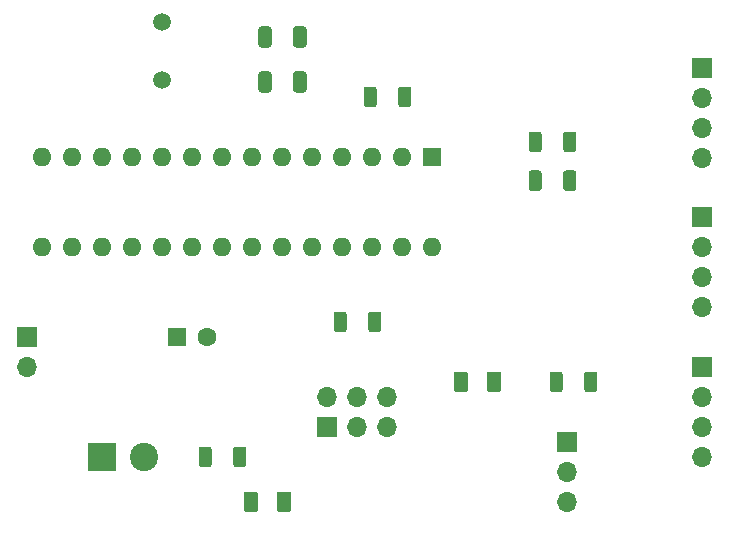
<source format=gbr>
%TF.GenerationSoftware,KiCad,Pcbnew,5.1.9+dfsg1-1+deb11u1*%
%TF.CreationDate,2022-11-29T20:17:50-05:00*%
%TF.ProjectId,Weather_Station_PCB,57656174-6865-4725-9f53-746174696f6e,rev?*%
%TF.SameCoordinates,Original*%
%TF.FileFunction,Soldermask,Top*%
%TF.FilePolarity,Negative*%
%FSLAX46Y46*%
G04 Gerber Fmt 4.6, Leading zero omitted, Abs format (unit mm)*
G04 Created by KiCad (PCBNEW 5.1.9+dfsg1-1+deb11u1) date 2022-11-29 20:17:50*
%MOMM*%
%LPD*%
G01*
G04 APERTURE LIST*
%ADD10C,2.400000*%
%ADD11R,2.400000X2.400000*%
%ADD12C,1.600000*%
%ADD13R,1.600000X1.600000*%
%ADD14O,1.700000X1.700000*%
%ADD15R,1.700000X1.700000*%
%ADD16C,1.500000*%
%ADD17O,1.600000X1.600000*%
G04 APERTURE END LIST*
%TO.C,R6*%
G36*
G01*
X176160000Y-85195001D02*
X176160000Y-83944999D01*
G75*
G02*
X176409999Y-83695000I249999J0D01*
G01*
X177035001Y-83695000D01*
G75*
G02*
X177285000Y-83944999I0J-249999D01*
G01*
X177285000Y-85195001D01*
G75*
G02*
X177035001Y-85445000I-249999J0D01*
G01*
X176409999Y-85445000D01*
G75*
G02*
X176160000Y-85195001I0J249999D01*
G01*
G37*
G36*
G01*
X173235000Y-85195001D02*
X173235000Y-83944999D01*
G75*
G02*
X173484999Y-83695000I249999J0D01*
G01*
X174110001Y-83695000D01*
G75*
G02*
X174360000Y-83944999I0J-249999D01*
G01*
X174360000Y-85195001D01*
G75*
G02*
X174110001Y-85445000I-249999J0D01*
G01*
X173484999Y-85445000D01*
G75*
G02*
X173235000Y-85195001I0J249999D01*
G01*
G37*
%TD*%
%TO.C,R5*%
G36*
G01*
X176160000Y-81905001D02*
X176160000Y-80654999D01*
G75*
G02*
X176409999Y-80405000I249999J0D01*
G01*
X177035001Y-80405000D01*
G75*
G02*
X177285000Y-80654999I0J-249999D01*
G01*
X177285000Y-81905001D01*
G75*
G02*
X177035001Y-82155000I-249999J0D01*
G01*
X176409999Y-82155000D01*
G75*
G02*
X176160000Y-81905001I0J249999D01*
G01*
G37*
G36*
G01*
X173235000Y-81905001D02*
X173235000Y-80654999D01*
G75*
G02*
X173484999Y-80405000I249999J0D01*
G01*
X174110001Y-80405000D01*
G75*
G02*
X174360000Y-80654999I0J-249999D01*
G01*
X174360000Y-81905001D01*
G75*
G02*
X174110001Y-82155000I-249999J0D01*
G01*
X173484999Y-82155000D01*
G75*
G02*
X173235000Y-81905001I0J249999D01*
G01*
G37*
%TD*%
D10*
%TO.C,J8*%
X140660000Y-107950000D03*
D11*
X137160000Y-107950000D03*
%TD*%
D12*
%TO.C,C1*%
X146010000Y-97790000D03*
D13*
X143510000Y-97790000D03*
%TD*%
%TO.C,R4*%
G36*
G01*
X160390000Y-76844999D02*
X160390000Y-78095001D01*
G75*
G02*
X160140001Y-78345000I-249999J0D01*
G01*
X159514999Y-78345000D01*
G75*
G02*
X159265000Y-78095001I0J249999D01*
G01*
X159265000Y-76844999D01*
G75*
G02*
X159514999Y-76595000I249999J0D01*
G01*
X160140001Y-76595000D01*
G75*
G02*
X160390000Y-76844999I0J-249999D01*
G01*
G37*
G36*
G01*
X163315000Y-76844999D02*
X163315000Y-78095001D01*
G75*
G02*
X163065001Y-78345000I-249999J0D01*
G01*
X162439999Y-78345000D01*
G75*
G02*
X162190000Y-78095001I0J249999D01*
G01*
X162190000Y-76844999D01*
G75*
G02*
X162439999Y-76595000I249999J0D01*
G01*
X163065001Y-76595000D01*
G75*
G02*
X163315000Y-76844999I0J-249999D01*
G01*
G37*
%TD*%
D14*
%TO.C,J7*%
X187960000Y-95250000D03*
X187960000Y-92710000D03*
X187960000Y-90170000D03*
D15*
X187960000Y-87630000D03*
%TD*%
D14*
%TO.C,J6*%
X187960000Y-82640000D03*
X187960000Y-80100000D03*
X187960000Y-77560000D03*
D15*
X187960000Y-75020000D03*
%TD*%
D14*
%TO.C,J5*%
X187960000Y-107950000D03*
X187960000Y-105410000D03*
X187960000Y-102870000D03*
D15*
X187960000Y-100330000D03*
%TD*%
D16*
%TO.C,J3*%
X142240000Y-76000000D03*
X142240000Y-71120000D03*
%TD*%
D17*
%TO.C,U1*%
X165100000Y-90170000D03*
X132080000Y-82550000D03*
X162560000Y-90170000D03*
X134620000Y-82550000D03*
X160020000Y-90170000D03*
X137160000Y-82550000D03*
X157480000Y-90170000D03*
X139700000Y-82550000D03*
X154940000Y-90170000D03*
X142240000Y-82550000D03*
X152400000Y-90170000D03*
X144780000Y-82550000D03*
X149860000Y-90170000D03*
X147320000Y-82550000D03*
X147320000Y-90170000D03*
X149860000Y-82550000D03*
X144780000Y-90170000D03*
X152400000Y-82550000D03*
X142240000Y-90170000D03*
X154940000Y-82550000D03*
X139700000Y-90170000D03*
X157480000Y-82550000D03*
X137160000Y-90170000D03*
X160020000Y-82550000D03*
X134620000Y-90170000D03*
X162560000Y-82550000D03*
X132080000Y-90170000D03*
D13*
X165100000Y-82550000D03*
%TD*%
D14*
%TO.C,J4*%
X176530000Y-111760000D03*
X176530000Y-109220000D03*
D15*
X176530000Y-106680000D03*
%TD*%
D14*
%TO.C,J2*%
X161290000Y-102870000D03*
X161290000Y-105410000D03*
X158750000Y-102870000D03*
X158750000Y-105410000D03*
X156210000Y-102870000D03*
D15*
X156210000Y-105410000D03*
%TD*%
D14*
%TO.C,J1*%
X130810000Y-100330000D03*
D15*
X130810000Y-97790000D03*
%TD*%
%TO.C,C2*%
G36*
G01*
X150350000Y-73040001D02*
X150350000Y-71739999D01*
G75*
G02*
X150599999Y-71490000I249999J0D01*
G01*
X151250001Y-71490000D01*
G75*
G02*
X151500000Y-71739999I0J-249999D01*
G01*
X151500000Y-73040001D01*
G75*
G02*
X151250001Y-73290000I-249999J0D01*
G01*
X150599999Y-73290000D01*
G75*
G02*
X150350000Y-73040001I0J249999D01*
G01*
G37*
G36*
G01*
X153300000Y-73040001D02*
X153300000Y-71739999D01*
G75*
G02*
X153549999Y-71490000I249999J0D01*
G01*
X154200001Y-71490000D01*
G75*
G02*
X154450000Y-71739999I0J-249999D01*
G01*
X154450000Y-73040001D01*
G75*
G02*
X154200001Y-73290000I-249999J0D01*
G01*
X153549999Y-73290000D01*
G75*
G02*
X153300000Y-73040001I0J249999D01*
G01*
G37*
%TD*%
%TO.C,C3*%
G36*
G01*
X153300000Y-76850001D02*
X153300000Y-75549999D01*
G75*
G02*
X153549999Y-75300000I249999J0D01*
G01*
X154200001Y-75300000D01*
G75*
G02*
X154450000Y-75549999I0J-249999D01*
G01*
X154450000Y-76850001D01*
G75*
G02*
X154200001Y-77100000I-249999J0D01*
G01*
X153549999Y-77100000D01*
G75*
G02*
X153300000Y-76850001I0J249999D01*
G01*
G37*
G36*
G01*
X150350000Y-76850001D02*
X150350000Y-75549999D01*
G75*
G02*
X150599999Y-75300000I249999J0D01*
G01*
X151250001Y-75300000D01*
G75*
G02*
X151500000Y-75549999I0J-249999D01*
G01*
X151500000Y-76850001D01*
G75*
G02*
X151250001Y-77100000I-249999J0D01*
G01*
X150599999Y-77100000D01*
G75*
G02*
X150350000Y-76850001I0J249999D01*
G01*
G37*
%TD*%
%TO.C,D1*%
G36*
G01*
X170935000Y-100975000D02*
X170935000Y-102225000D01*
G75*
G02*
X170685000Y-102475000I-250000J0D01*
G01*
X169935000Y-102475000D01*
G75*
G02*
X169685000Y-102225000I0J250000D01*
G01*
X169685000Y-100975000D01*
G75*
G02*
X169935000Y-100725000I250000J0D01*
G01*
X170685000Y-100725000D01*
G75*
G02*
X170935000Y-100975000I0J-250000D01*
G01*
G37*
G36*
G01*
X168135000Y-100975000D02*
X168135000Y-102225000D01*
G75*
G02*
X167885000Y-102475000I-250000J0D01*
G01*
X167135000Y-102475000D01*
G75*
G02*
X166885000Y-102225000I0J250000D01*
G01*
X166885000Y-100975000D01*
G75*
G02*
X167135000Y-100725000I250000J0D01*
G01*
X167885000Y-100725000D01*
G75*
G02*
X168135000Y-100975000I0J-250000D01*
G01*
G37*
%TD*%
%TO.C,D2*%
G36*
G01*
X151905000Y-112385000D02*
X151905000Y-111135000D01*
G75*
G02*
X152155000Y-110885000I250000J0D01*
G01*
X152905000Y-110885000D01*
G75*
G02*
X153155000Y-111135000I0J-250000D01*
G01*
X153155000Y-112385000D01*
G75*
G02*
X152905000Y-112635000I-250000J0D01*
G01*
X152155000Y-112635000D01*
G75*
G02*
X151905000Y-112385000I0J250000D01*
G01*
G37*
G36*
G01*
X149105000Y-112385000D02*
X149105000Y-111135000D01*
G75*
G02*
X149355000Y-110885000I250000J0D01*
G01*
X150105000Y-110885000D01*
G75*
G02*
X150355000Y-111135000I0J-250000D01*
G01*
X150355000Y-112385000D01*
G75*
G02*
X150105000Y-112635000I-250000J0D01*
G01*
X149355000Y-112635000D01*
G75*
G02*
X149105000Y-112385000I0J250000D01*
G01*
G37*
%TD*%
%TO.C,R1*%
G36*
G01*
X160775000Y-95894998D02*
X160775000Y-97145002D01*
G75*
G02*
X160525002Y-97395000I-249998J0D01*
G01*
X159899998Y-97395000D01*
G75*
G02*
X159650000Y-97145002I0J249998D01*
G01*
X159650000Y-95894998D01*
G75*
G02*
X159899998Y-95645000I249998J0D01*
G01*
X160525002Y-95645000D01*
G75*
G02*
X160775000Y-95894998I0J-249998D01*
G01*
G37*
G36*
G01*
X157850000Y-95894998D02*
X157850000Y-97145002D01*
G75*
G02*
X157600002Y-97395000I-249998J0D01*
G01*
X156974998Y-97395000D01*
G75*
G02*
X156725000Y-97145002I0J249998D01*
G01*
X156725000Y-95894998D01*
G75*
G02*
X156974998Y-95645000I249998J0D01*
G01*
X157600002Y-95645000D01*
G75*
G02*
X157850000Y-95894998I0J-249998D01*
G01*
G37*
%TD*%
%TO.C,R2*%
G36*
G01*
X177938000Y-102225002D02*
X177938000Y-100974998D01*
G75*
G02*
X178187998Y-100725000I249998J0D01*
G01*
X178813002Y-100725000D01*
G75*
G02*
X179063000Y-100974998I0J-249998D01*
G01*
X179063000Y-102225002D01*
G75*
G02*
X178813002Y-102475000I-249998J0D01*
G01*
X178187998Y-102475000D01*
G75*
G02*
X177938000Y-102225002I0J249998D01*
G01*
G37*
G36*
G01*
X175013000Y-102225002D02*
X175013000Y-100974998D01*
G75*
G02*
X175262998Y-100725000I249998J0D01*
G01*
X175888002Y-100725000D01*
G75*
G02*
X176138000Y-100974998I0J-249998D01*
G01*
X176138000Y-102225002D01*
G75*
G02*
X175888002Y-102475000I-249998J0D01*
G01*
X175262998Y-102475000D01*
G75*
G02*
X175013000Y-102225002I0J249998D01*
G01*
G37*
%TD*%
%TO.C,R3*%
G36*
G01*
X145295000Y-108575002D02*
X145295000Y-107324998D01*
G75*
G02*
X145544998Y-107075000I249998J0D01*
G01*
X146170002Y-107075000D01*
G75*
G02*
X146420000Y-107324998I0J-249998D01*
G01*
X146420000Y-108575002D01*
G75*
G02*
X146170002Y-108825000I-249998J0D01*
G01*
X145544998Y-108825000D01*
G75*
G02*
X145295000Y-108575002I0J249998D01*
G01*
G37*
G36*
G01*
X148220000Y-108575002D02*
X148220000Y-107324998D01*
G75*
G02*
X148469998Y-107075000I249998J0D01*
G01*
X149095002Y-107075000D01*
G75*
G02*
X149345000Y-107324998I0J-249998D01*
G01*
X149345000Y-108575002D01*
G75*
G02*
X149095002Y-108825000I-249998J0D01*
G01*
X148469998Y-108825000D01*
G75*
G02*
X148220000Y-108575002I0J249998D01*
G01*
G37*
%TD*%
M02*

</source>
